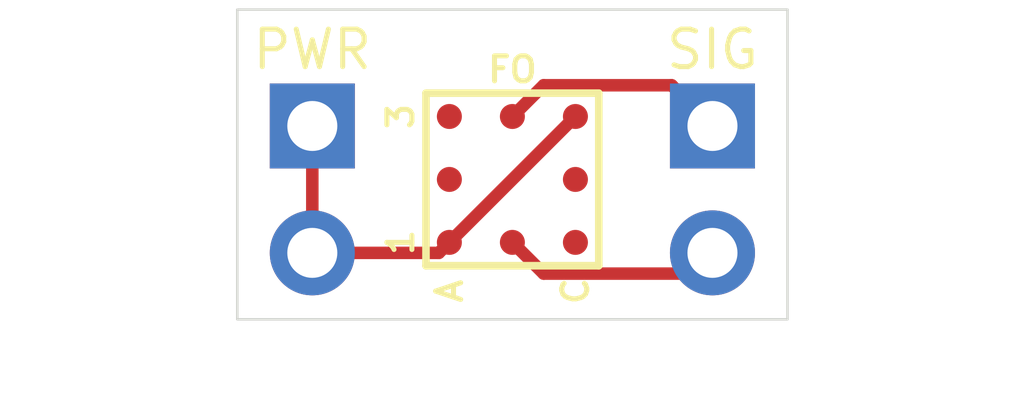
<source format=kicad_pcb>
(kicad_pcb (version 20241229) (generator "pcbnew") (generator_version "9.0")
  (layers (0 "F.Cu" signal) (2 "B.Cu" signal) (13 "F.Paste" user) (15 "B.Paste" user) (5 "F.SilkS" user "F.Silkscreen") (7 "B.SilkS" user "B.Silkscreen") (1 "F.Mask" user) (3 "B.Mask" user) (25 "Edge.Cuts" user))
  (net 0 "")
  (net 1 "SIG")
  (net 2 "HV+")
  (net 3 "F-OUT")
  (footprint "SiPM-ONS:ONS-MICROFJ-30050" (layer "F.Cu") (at 150 99.8 90)
    (property "Reference" "D1" (hide yes))
    (property "Value" "~" (hide yes))
    (fp_line (start 1.7272 -1.7272) (end -1.7272 -1.7272) (stroke (width 0.1524)) (layer "F.SilkS"))
    (fp_line (start -1.7272 -1.7272) (end -1.7272 1.7272) (stroke (width 0.1524)) (layer "F.SilkS"))
    (fp_line (start 1.7272 1.7272) (end 1.7272 -1.7272) (stroke (width 0.1524)) (layer "F.SilkS"))
    (fp_line (start -1.7272 1.7272) (end 1.7272 1.7272) (stroke (width 0.1524)) (layer "F.SilkS"))
    (fp_text user "A" (at -2.2352 -1.260094 90) (layer "F.SilkS") (effects (font (size 0.5 0.5) (thickness 0.1) (bold yes))))
    (fp_text user "C" (at -2.2352 1.260094 90) (layer "F.SilkS") (effects (font (size 0.5 0.5) (thickness 0.1) (bold yes))))
    (fp_text user "1" (at -1.26 -2.2352 90) (layer "F.SilkS") (effects (font (size 0.5 0.5) (thickness 0.1) (bold yes))))
    (fp_text user "3" (at 1.26 -2.2352 90) (layer "F.SilkS") (effects (font (size 0.5 0.5) (thickness 0.1) (bold yes))))
    (pad "A1" smd circle (at -1.26 -1.260094 90) (size 0.5 0.5) (layers "F.Cu" "F.Mask" "F.Paste") (net 2 "HV+"))
    (pad "A2" smd circle (at 0 -1.260094 90) (size 0.5 0.5) (layers "F.Cu" "F.Mask" "F.Paste"))
    (pad "A3" smd circle (at 1.26 -1.260094 90) (size 0.5 0.5) (layers "F.Cu" "F.Mask" "F.Paste"))
    (pad "B1" smd circle (at -1.26 0 90) (size 0.5 0.5) (layers "F.Cu" "F.Mask" "F.Paste") (net 1 "SIG"))
    (pad "B3" smd circle (at 1.26 0 90) (size 0.5 0.5) (layers "F.Cu" "F.Mask" "F.Paste") (net 3 "F-OUT"))
    (pad "C1" smd circle (at -1.26 1.260094 90) (size 0.5 0.5) (layers "F.Cu" "F.Mask" "F.Paste"))
    (pad "C2" smd circle (at 0 1.260094 90) (size 0.5 0.5) (layers "F.Cu" "F.Mask" "F.Paste"))
    (pad "C3" smd circle (at 1.26 1.260094 90) (size 0.5 0.5) (layers "F.Cu" "F.Mask" "F.Paste") (net 2 "HV+"))
  )
  (footprint "Connector_PinHeader_2.54mm:PinHeader_1x02_P2.54mm_Vertical" (layer "F.Cu") (at 146 98.73)
    (property "Reference" "J-PWR-1" (hide yes))
    (property "Value" "Conn_01x02_Pin")
    (pad "1" thru_hole rect (at 0 0) (size 1.7 1.7) (drill 1) (layers "*.Cu" "*.Mask") (net 2 "HV+"))
    (pad "2" thru_hole oval (at 0 2.54) (size 1.7 1.7) (drill 1) (layers "*.Cu" "*.Mask") (net 2 "HV+"))
  )
  (footprint "Connector_PinHeader_2.54mm:PinHeader_1x02_P2.54mm_Vertical" (layer "F.Cu") (at 154 98.73)
    (property "Reference" "J-SIG-1" (hide yes))
    (property "Value" "Conn_01x02_Pin")
    (pad "1" thru_hole rect (at 0 0) (size 1.7 1.7) (drill 1) (layers "*.Cu" "*.Mask") (net 3 "F-OUT"))
    (pad "2" thru_hole oval (at 0 2.54) (size 1.7 1.7) (drill 1) (layers "*.Cu" "*.Mask") (net 1 "SIG"))
  )
  (gr_rect (start 144.5 96.4) (end 155.5 102.6) (stroke (width 0.05)) (fill no) (layer "Edge.Cuts"))
  (gr_text "SIG" (at 154 97.2 -0) (layer "F.SilkS") (effects (font (size 0.75 0.75) (thickness 0.1))))
  (gr_text "PWR" (at 146 97.2 0) (layer "F.SilkS") (effects (font (size 0.75 0.75) (thickness 0.1))))
  (gr_text "FO" (at 150 97.6 0) (layer "F.SilkS") (effects (font (size 0.5 0.5) (thickness 0.1))))
  (segment (start 153.585 101.685) (end 154 101.27) (width 0.25) (layer "F.Cu") (net 1))
  (segment (start 150.625 101.685) (end 153.585 101.685) (width 0.25) (layer "F.Cu") (net 1))
  (segment (start 150 101.06) (end 150.625 101.685) (width 0.25) (layer "F.Cu") (net 1))
  (segment (start 148.529906 101.27) (end 148.739906 101.06) (width 0.25) (layer "F.Cu") (net 2))
  (segment (start 146 101.27) (end 148.529906 101.27) (width 0.25) (layer "F.Cu") (net 2))
  (segment (start 146 98.73) (end 146 101.27) (width 0.25) (layer "F.Cu") (net 2))
  (segment (start 151.260094 98.54) (end 148.740094 101.06) (width 0.25) (layer "F.Cu") (net 2))
  (segment (start 148.740094 101.06) (end 148.739906 101.06) (width 0.25) (layer "F.Cu") (net 2))
  (segment (start 150.625 97.915) (end 153.185 97.915) (width 0.25) (layer "F.Cu") (net 3))
  (segment (start 153.185 97.915) (end 154 98.73) (width 0.25) (layer "F.Cu") (net 3))
  (segment (start 150 98.54) (end 150.625 97.915) (width 0.25) (layer "F.Cu") (net 3))
)
</source>
